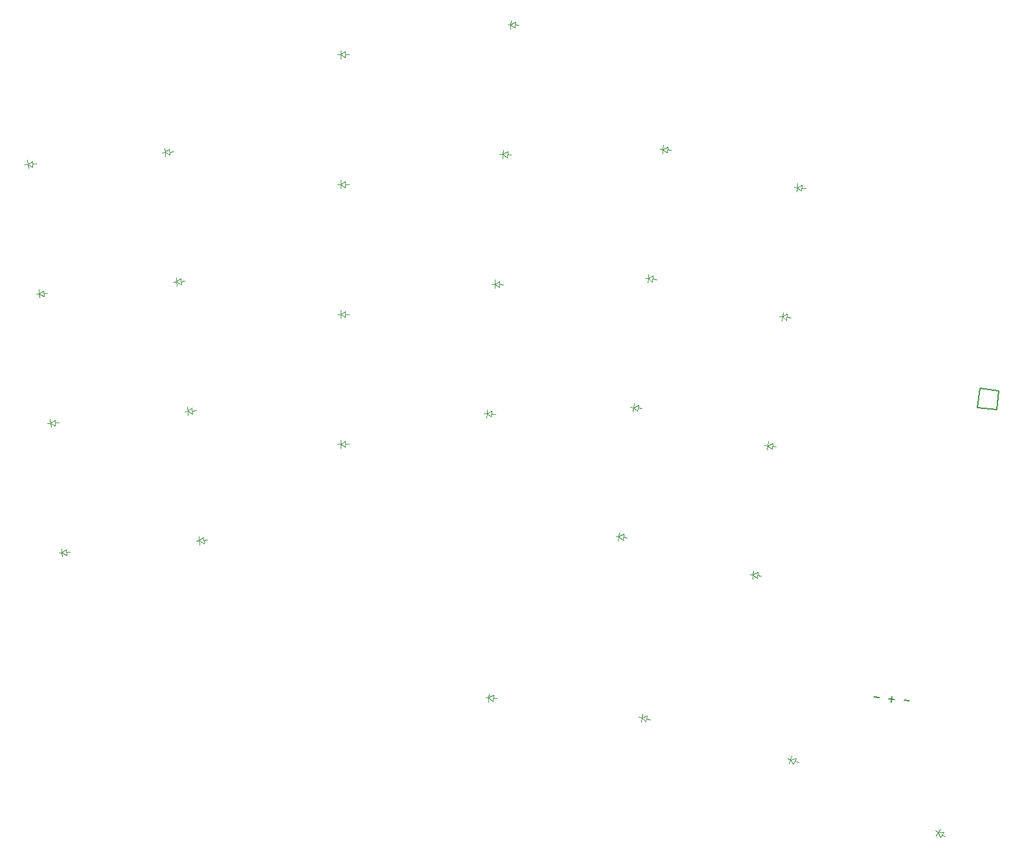
<source format=gbr>
%TF.GenerationSoftware,KiCad,Pcbnew,8.0.5-8.0.5-0~ubuntu22.04.1*%
%TF.CreationDate,2024-10-07T14:19:06+02:00*%
%TF.ProjectId,KeyboardV0,4b657962-6f61-4726-9456-302e6b696361,v1.0.0*%
%TF.SameCoordinates,Original*%
%TF.FileFunction,Legend,Bot*%
%TF.FilePolarity,Positive*%
%FSLAX46Y46*%
G04 Gerber Fmt 4.6, Leading zero omitted, Abs format (unit mm)*
G04 Created by KiCad (PCBNEW 8.0.5-8.0.5-0~ubuntu22.04.1) date 2024-10-07 14:19:06*
%MOMM*%
%LPD*%
G01*
G04 APERTURE LIST*
%ADD10C,0.150000*%
%ADD11C,0.100000*%
G04 APERTURE END LIST*
D10*
X257086116Y-161653679D02*
X257843123Y-161739929D01*
X257421494Y-162075308D02*
X257507744Y-161318301D01*
X259073260Y-161880085D02*
X259830267Y-161966335D01*
X255098972Y-161427272D02*
X255855979Y-161513522D01*
D11*
%TO.C,D1*%
X149595381Y-142506751D02*
X150093478Y-142463173D01*
X149630243Y-142905229D02*
X148997664Y-142559045D01*
X149560518Y-142108273D02*
X149630243Y-142905229D01*
X148997664Y-142559045D02*
X149560518Y-142108273D01*
X148997664Y-142559045D02*
X149045600Y-143106952D01*
X148997664Y-142559045D02*
X148949728Y-142011137D01*
X148599186Y-142593907D02*
X148997664Y-142559045D01*
%TO.C,D2*%
X148113733Y-125571441D02*
X148611830Y-125527863D01*
X148148595Y-125969919D02*
X147516016Y-125623735D01*
X148078870Y-125172963D02*
X148148595Y-125969919D01*
X147516016Y-125623735D02*
X148078870Y-125172963D01*
X147516016Y-125623735D02*
X147563952Y-126171642D01*
X147516016Y-125623735D02*
X147468080Y-125075827D01*
X147117538Y-125658597D02*
X147516016Y-125623735D01*
%TO.C,D3*%
X146632086Y-108636131D02*
X147130183Y-108592553D01*
X146666948Y-109034609D02*
X146034369Y-108688425D01*
X146597223Y-108237653D02*
X146666948Y-109034609D01*
X146034369Y-108688425D02*
X146597223Y-108237653D01*
X146034369Y-108688425D02*
X146082305Y-109236332D01*
X146034369Y-108688425D02*
X145986433Y-108140517D01*
X145635891Y-108723287D02*
X146034369Y-108688425D01*
%TO.C,D4*%
X145150438Y-91700821D02*
X145648535Y-91657243D01*
X145185300Y-92099299D02*
X144552721Y-91753115D01*
X145115575Y-91302343D02*
X145185300Y-92099299D01*
X144552721Y-91753115D02*
X145115575Y-91302343D01*
X144552721Y-91753115D02*
X144600657Y-92301022D01*
X144552721Y-91753115D02*
X144504785Y-91205207D01*
X144154243Y-91787977D02*
X144552721Y-91753115D01*
%TO.C,D5*%
X167526886Y-140937947D02*
X168024983Y-140894369D01*
X167561748Y-141336425D02*
X166929169Y-140990241D01*
X167492023Y-140539469D02*
X167561748Y-141336425D01*
X166929169Y-140990241D02*
X167492023Y-140539469D01*
X166929169Y-140990241D02*
X166977105Y-141538148D01*
X166929169Y-140990241D02*
X166881233Y-140442333D01*
X166530691Y-141025103D02*
X166929169Y-140990241D01*
%TO.C,D6*%
X166045238Y-124002638D02*
X166543335Y-123959060D01*
X166080100Y-124401116D02*
X165447521Y-124054932D01*
X166010375Y-123604160D02*
X166080100Y-124401116D01*
X165447521Y-124054932D02*
X166010375Y-123604160D01*
X165447521Y-124054932D02*
X165495457Y-124602839D01*
X165447521Y-124054932D02*
X165399585Y-123507024D01*
X165049043Y-124089794D02*
X165447521Y-124054932D01*
%TO.C,D7*%
X164563590Y-107067328D02*
X165061687Y-107023750D01*
X164598452Y-107465806D02*
X163965873Y-107119622D01*
X164528727Y-106668850D02*
X164598452Y-107465806D01*
X163965873Y-107119622D02*
X164528727Y-106668850D01*
X163965873Y-107119622D02*
X164013809Y-107667529D01*
X163965873Y-107119622D02*
X163917937Y-106571714D01*
X163567395Y-107154484D02*
X163965873Y-107119622D01*
%TO.C,D8*%
X163081943Y-90132018D02*
X163580040Y-90088440D01*
X163116805Y-90530496D02*
X162484226Y-90184312D01*
X163047080Y-89733540D02*
X163116805Y-90530496D01*
X162484226Y-90184312D02*
X163047080Y-89733540D01*
X162484226Y-90184312D02*
X162532162Y-90732219D01*
X162484226Y-90184312D02*
X162436290Y-89636404D01*
X162085748Y-90219174D02*
X162484226Y-90184312D01*
%TO.C,D9*%
X186025853Y-128366199D02*
X186525853Y-128366199D01*
X186025853Y-128766199D02*
X185425853Y-128366199D01*
X186025853Y-127966199D02*
X186025853Y-128766199D01*
X185425853Y-128366199D02*
X186025853Y-127966199D01*
X185425853Y-128366199D02*
X185425853Y-128916199D01*
X185425853Y-128366199D02*
X185425853Y-127816199D01*
X185025853Y-128366199D02*
X185425853Y-128366199D01*
%TO.C,D10*%
X186025853Y-111366199D02*
X186525853Y-111366199D01*
X186025853Y-111766199D02*
X185425853Y-111366199D01*
X186025853Y-110966199D02*
X186025853Y-111766199D01*
X185425853Y-111366199D02*
X186025853Y-110966199D01*
X185425853Y-111366199D02*
X185425853Y-111916199D01*
X185425853Y-111366199D02*
X185425853Y-110816199D01*
X185025853Y-111366199D02*
X185425853Y-111366199D01*
%TO.C,D11*%
X186025853Y-94366199D02*
X186525853Y-94366199D01*
X186025853Y-94766199D02*
X185425853Y-94366199D01*
X186025853Y-93966199D02*
X186025853Y-94766199D01*
X185425853Y-94366199D02*
X186025853Y-93966199D01*
X185425853Y-94366199D02*
X185425853Y-94916199D01*
X185425853Y-94366199D02*
X185425853Y-93816199D01*
X185025853Y-94366199D02*
X185425853Y-94366199D01*
%TO.C,D12*%
X186025853Y-77366199D02*
X186525853Y-77366199D01*
X186025853Y-77766199D02*
X185425853Y-77366199D01*
X186025853Y-76966199D02*
X186025853Y-77766199D01*
X185425853Y-77366199D02*
X186025853Y-76966199D01*
X185425853Y-77366199D02*
X185425853Y-77916199D01*
X185425853Y-77366199D02*
X185425853Y-76816199D01*
X185025853Y-77366199D02*
X185425853Y-77366199D01*
%TO.C,D13*%
X205154785Y-124415967D02*
X205653852Y-124446491D01*
X205130365Y-124815221D02*
X204555904Y-124379338D01*
X205179204Y-124016713D02*
X205130365Y-124815221D01*
X204555904Y-124379338D02*
X205179204Y-124016713D01*
X204555904Y-124379338D02*
X204522327Y-124928312D01*
X204555904Y-124379338D02*
X204589481Y-123830364D01*
X204156650Y-124354919D02*
X204555904Y-124379338D01*
%TO.C,D14*%
X206192611Y-107447675D02*
X206691678Y-107478199D01*
X206168191Y-107846929D02*
X205593730Y-107411046D01*
X206217030Y-107048421D02*
X206168191Y-107846929D01*
X205593730Y-107411046D02*
X206217030Y-107048421D01*
X205593730Y-107411046D02*
X205560153Y-107960020D01*
X205593730Y-107411046D02*
X205627307Y-106862072D01*
X205194476Y-107386627D02*
X205593730Y-107411046D01*
%TO.C,D15*%
X207230436Y-90479383D02*
X207729503Y-90509907D01*
X207206016Y-90878637D02*
X206631555Y-90442754D01*
X207254855Y-90080129D02*
X207206016Y-90878637D01*
X206631555Y-90442754D02*
X207254855Y-90080129D01*
X206631555Y-90442754D02*
X206597978Y-90991728D01*
X206631555Y-90442754D02*
X206665132Y-89893780D01*
X206232301Y-90418335D02*
X206631555Y-90442754D01*
%TO.C,D16*%
X208268261Y-73511092D02*
X208767328Y-73541616D01*
X208243841Y-73910346D02*
X207669380Y-73474463D01*
X208292680Y-73111838D02*
X208243841Y-73910346D01*
X207669380Y-73474463D02*
X208292680Y-73111838D01*
X207669380Y-73474463D02*
X207635803Y-74023437D01*
X207669380Y-73474463D02*
X207702957Y-72925489D01*
X207270126Y-73450044D02*
X207669380Y-73474463D01*
%TO.C,D17*%
X222386884Y-140515872D02*
X222883670Y-140572473D01*
X222341603Y-140913301D02*
X221790741Y-140447950D01*
X222432165Y-140118443D02*
X222341603Y-140913301D01*
X221790741Y-140447950D02*
X222432165Y-140118443D01*
X221790741Y-140447950D02*
X221728479Y-140994414D01*
X221790741Y-140447950D02*
X221853003Y-139901485D01*
X221393312Y-140402669D02*
X221790741Y-140447950D01*
%TO.C,D18*%
X224311339Y-123625150D02*
X224808125Y-123681751D01*
X224266058Y-124022579D02*
X223715196Y-123557228D01*
X224356620Y-123227721D02*
X224266058Y-124022579D01*
X223715196Y-123557228D02*
X224356620Y-123227721D01*
X223715196Y-123557228D02*
X223652934Y-124103692D01*
X223715196Y-123557228D02*
X223777458Y-123010763D01*
X223317767Y-123511947D02*
X223715196Y-123557228D01*
%TO.C,D19*%
X226235793Y-106734429D02*
X226732579Y-106791030D01*
X226190512Y-107131858D02*
X225639650Y-106666507D01*
X226281074Y-106337000D02*
X226190512Y-107131858D01*
X225639650Y-106666507D02*
X226281074Y-106337000D01*
X225639650Y-106666507D02*
X225577388Y-107212971D01*
X225639650Y-106666507D02*
X225701912Y-106120042D01*
X225242221Y-106621226D02*
X225639650Y-106666507D01*
%TO.C,D20*%
X228160248Y-89843707D02*
X228657034Y-89900308D01*
X228114967Y-90241136D02*
X227564105Y-89775785D01*
X228205529Y-89446278D02*
X228114967Y-90241136D01*
X227564105Y-89775785D02*
X228205529Y-89446278D01*
X227564105Y-89775785D02*
X227501843Y-90322249D01*
X227564105Y-89775785D02*
X227626367Y-89229320D01*
X227166676Y-89730504D02*
X227564105Y-89775785D01*
%TO.C,D21*%
X239931568Y-145534245D02*
X240428354Y-145590846D01*
X239886287Y-145931674D02*
X239335425Y-145466323D01*
X239976849Y-145136816D02*
X239886287Y-145931674D01*
X239335425Y-145466323D02*
X239976849Y-145136816D01*
X239335425Y-145466323D02*
X239273163Y-146012787D01*
X239335425Y-145466323D02*
X239397687Y-144919858D01*
X238937996Y-145421042D02*
X239335425Y-145466323D01*
%TO.C,D22*%
X241856022Y-128643524D02*
X242352808Y-128700125D01*
X241810741Y-129040953D02*
X241259879Y-128575602D01*
X241901303Y-128246095D02*
X241810741Y-129040953D01*
X241259879Y-128575602D02*
X241901303Y-128246095D01*
X241259879Y-128575602D02*
X241197617Y-129122066D01*
X241259879Y-128575602D02*
X241322141Y-128029137D01*
X240862450Y-128530321D02*
X241259879Y-128575602D01*
%TO.C,D23*%
X243780477Y-111752802D02*
X244277263Y-111809403D01*
X243735196Y-112150231D02*
X243184334Y-111684880D01*
X243825758Y-111355373D02*
X243735196Y-112150231D01*
X243184334Y-111684880D02*
X243825758Y-111355373D01*
X243184334Y-111684880D02*
X243122072Y-112231344D01*
X243184334Y-111684880D02*
X243246596Y-111138415D01*
X242786905Y-111639599D02*
X243184334Y-111684880D01*
%TO.C,D24*%
X245704932Y-94862081D02*
X246201718Y-94918682D01*
X245659651Y-95259510D02*
X245108789Y-94794159D01*
X245750213Y-94464652D02*
X245659651Y-95259510D01*
X245108789Y-94794159D02*
X245750213Y-94464652D01*
X245108789Y-94794159D02*
X245046527Y-95340623D01*
X245108789Y-94794159D02*
X245171051Y-94247694D01*
X244711360Y-94748878D02*
X245108789Y-94794159D01*
%TO.C,D25*%
X205385222Y-161599389D02*
X205884289Y-161629913D01*
X205360802Y-161998643D02*
X204786341Y-161562760D01*
X205409641Y-161200135D02*
X205360802Y-161998643D01*
X204786341Y-161562760D02*
X205409641Y-161200135D01*
X204786341Y-161562760D02*
X204752764Y-162111734D01*
X204786341Y-161562760D02*
X204819918Y-161013786D01*
X204387087Y-161538341D02*
X204786341Y-161562760D01*
%TO.C,D26*%
X225419151Y-164304507D02*
X225909114Y-164404191D01*
X225339404Y-164696477D02*
X224831196Y-164184886D01*
X225498898Y-163912537D02*
X225339404Y-164696477D01*
X224831196Y-164184886D02*
X225498898Y-163912537D01*
X224831196Y-164184886D02*
X224721544Y-164723845D01*
X224831196Y-164184886D02*
X224940849Y-163645928D01*
X224439226Y-164105139D02*
X224831196Y-164184886D01*
%TO.C,D27*%
X244799482Y-169840629D02*
X245270803Y-170007532D01*
X244665960Y-170217685D02*
X244233897Y-169640345D01*
X244933005Y-169463572D02*
X244665960Y-170217685D01*
X244233897Y-169640345D02*
X244933005Y-169463572D01*
X244233897Y-169640345D02*
X244050304Y-170158797D01*
X244233897Y-169640345D02*
X244417491Y-169121892D01*
X243856841Y-169506822D02*
X244233897Y-169640345D01*
%TO.C,D28*%
X264026733Y-179458944D02*
X264448429Y-179727594D01*
X263811813Y-179796300D02*
X263520698Y-179136564D01*
X264241653Y-179121587D02*
X263811813Y-179796300D01*
X263520698Y-179136564D02*
X264241653Y-179121587D01*
X263520698Y-179136564D02*
X263225183Y-179600429D01*
X263520698Y-179136564D02*
X263816213Y-178672699D01*
X263183341Y-178921644D02*
X263520698Y-179136564D01*
D10*
%TO.C,MCU1*%
X268987070Y-121076201D02*
X268699534Y-123599874D01*
X268987070Y-121076201D02*
X271510743Y-121363737D01*
X268699534Y-123599874D02*
X271223207Y-123887410D01*
X271223207Y-123887410D02*
X271510743Y-121363737D01*
%TD*%
M02*

</source>
